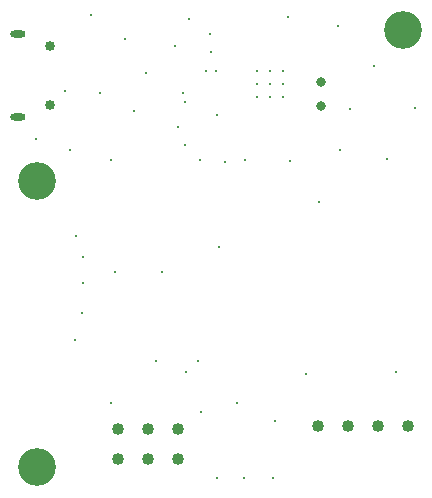
<source format=gbr>
%TF.GenerationSoftware,Altium Limited,Altium Designer,23.3.1 (30)*%
G04 Layer_Color=0*
%FSLAX45Y45*%
%MOMM*%
%TF.SameCoordinates,E5280C8B-2022-47E8-8DAE-B5BF382FD6C1*%
%TF.FilePolarity,Positive*%
%TF.FileFunction,Plated,1,4,PTH,Drill*%
%TF.Part,Single*%
G01*
G75*
%TA.AperFunction,OtherDrill,Pad Free-3 (3mm,27.2mm)*%
%ADD76C,3.20000*%
%TA.AperFunction,OtherDrill,Pad Free-4 (34mm,40mm)*%
%ADD77C,3.20000*%
%TA.AperFunction,OtherDrill,Pad Free-3 (3mm,3mm)*%
%ADD78C,3.20000*%
%TA.AperFunction,ComponentDrill*%
%ADD79C,1.02000*%
%ADD80O,1.30000X0.60000*%
%ADD81C,0.85000*%
%ADD82C,0.80000*%
%TA.AperFunction,ViaDrill,NotFilled*%
%ADD83C,0.25400*%
%ADD84C,0.20000*%
D76*
X300000Y2720000D02*
D03*
D77*
X3400000Y4000000D02*
D03*
D78*
X300000Y300000D02*
D03*
D79*
X990600Y373600D02*
D03*
X1244600D02*
D03*
X1498600D02*
D03*
X990600Y627600D02*
D03*
X1244600D02*
D03*
X1498600D02*
D03*
X3441700Y653000D02*
D03*
X3187700D02*
D03*
X2933700D02*
D03*
X2679700D02*
D03*
D80*
X139700Y3967700D02*
D03*
Y3267701D02*
D03*
D81*
X409702Y3867700D02*
D03*
Y3367701D02*
D03*
D82*
X2705100Y3358100D02*
D03*
Y3558100D02*
D03*
D83*
X2317500Y695000D02*
D03*
X3157500Y3695000D02*
D03*
X2862500Y2982500D02*
D03*
X3500000Y3342500D02*
D03*
X2952500Y3332500D02*
D03*
X2850000Y4032500D02*
D03*
X2427500Y4115000D02*
D03*
X1585000Y4097500D02*
D03*
X1472500Y3867500D02*
D03*
X1125000Y3317500D02*
D03*
X1042500Y3922500D02*
D03*
X835000Y3465000D02*
D03*
X580000Y2990000D02*
D03*
X295000Y3077500D02*
D03*
X1822500Y210000D02*
D03*
X2057500Y205000D02*
D03*
X2295000D02*
D03*
X1991305Y840244D02*
D03*
X1689100Y770000D02*
D03*
X1557500Y3027500D02*
D03*
X1560000Y1105000D02*
D03*
X927500Y840000D02*
D03*
X625000Y1380000D02*
D03*
X630000Y2260000D02*
D03*
X1357500Y1952500D02*
D03*
X1892300Y2885931D02*
D03*
X962500Y1950000D02*
D03*
X3267500Y2907500D02*
D03*
X2445000Y2895000D02*
D03*
X2065000Y2900000D02*
D03*
X927500Y2902500D02*
D03*
X1685000Y2897500D02*
D03*
X540000Y3485000D02*
D03*
X1225000Y3637500D02*
D03*
X760000Y4132500D02*
D03*
X1552879Y3388321D02*
D03*
X1540000Y3472500D02*
D03*
X1815000Y3657500D02*
D03*
X1727942D02*
D03*
X1828800Y3281900D02*
D03*
X2580000Y1092500D02*
D03*
X3340000Y1110000D02*
D03*
X690000Y1857500D02*
D03*
Y2080000D02*
D03*
X685000Y1602500D02*
D03*
X1663700Y1199100D02*
D03*
X1308100D02*
D03*
X1838000Y2160800D02*
D03*
X2692400Y2545300D02*
D03*
X1769282Y3967700D02*
D03*
X1778000Y3815300D02*
D03*
X1498600Y3180300D02*
D03*
D84*
X2160900Y3652400D02*
D03*
X2270902D02*
D03*
X2380899D02*
D03*
X2160900Y3542402D02*
D03*
X2270902D02*
D03*
X2380899D02*
D03*
X2160900Y3432400D02*
D03*
X2270902D02*
D03*
X2380899D02*
D03*
%TF.MD5,e75eb53885c5ccb8c707718388b46e77*%
M02*

</source>
